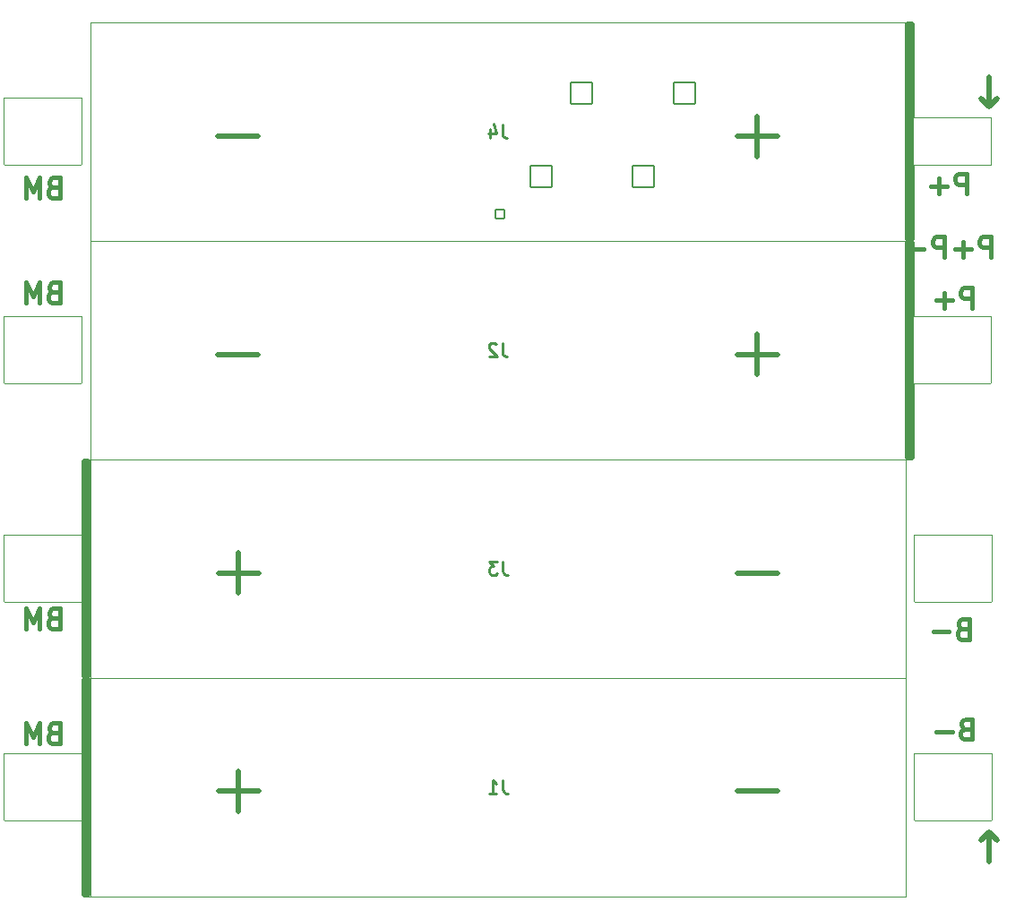
<source format=gbo>
G04 #@! TF.GenerationSoftware,KiCad,Pcbnew,7.0.1-0*
G04 #@! TF.CreationDate,2023-03-19T01:41:05-04:00*
G04 #@! TF.ProjectId,batteryboard,62617474-6572-4796-926f-6172642e6b69,rev?*
G04 #@! TF.SameCoordinates,Original*
G04 #@! TF.FileFunction,Legend,Bot*
G04 #@! TF.FilePolarity,Positive*
%FSLAX46Y46*%
G04 Gerber Fmt 4.6, Leading zero omitted, Abs format (unit mm)*
G04 Created by KiCad (PCBNEW 7.0.1-0) date 2023-03-19 01:41:05*
%MOMM*%
%LPD*%
G01*
G04 APERTURE LIST*
G04 Aperture macros list*
%AMRoundRect*
0 Rectangle with rounded corners*
0 $1 Rounding radius*
0 $2 $3 $4 $5 $6 $7 $8 $9 X,Y pos of 4 corners*
0 Add a 4 corners polygon primitive as box body*
4,1,4,$2,$3,$4,$5,$6,$7,$8,$9,$2,$3,0*
0 Add four circle primitives for the rounded corners*
1,1,$1+$1,$2,$3*
1,1,$1+$1,$4,$5*
1,1,$1+$1,$6,$7*
1,1,$1+$1,$8,$9*
0 Add four rect primitives between the rounded corners*
20,1,$1+$1,$2,$3,$4,$5,0*
20,1,$1+$1,$4,$5,$6,$7,0*
20,1,$1+$1,$6,$7,$8,$9,0*
20,1,$1+$1,$8,$9,$2,$3,0*%
G04 Aperture macros list end*
%ADD10C,0.500000*%
%ADD11C,0.381000*%
%ADD12C,0.254000*%
%ADD13C,0.100000*%
%ADD14C,2.101600*%
%ADD15RoundRect,0.063500X1.016000X1.016000X-1.016000X1.016000X-1.016000X-1.016000X1.016000X-1.016000X0*%
%ADD16C,2.159000*%
%ADD17RoundRect,0.063500X-1.016000X-1.016000X1.016000X-1.016000X1.016000X1.016000X-1.016000X1.016000X0*%
%ADD18RoundRect,0.050800X-0.425000X-0.425000X0.425000X-0.425000X0.425000X0.425000X-0.425000X0.425000X0*%
%ADD19C,1.501600*%
%ADD20O,1.501600X1.501600*%
%ADD21C,4.601600*%
%ADD22C,3.901600*%
%ADD23C,1.671600*%
%ADD24RoundRect,0.050800X-3.670000X3.175000X-3.670000X-3.175000X3.670000X-3.175000X3.670000X3.175000X0*%
%ADD25RoundRect,0.050800X3.670000X-3.175000X3.670000X3.175000X-3.670000X3.175000X-3.670000X-3.175000X0*%
%ADD26RoundRect,0.050800X-3.670000X2.250000X-3.670000X-2.250000X3.670000X-2.250000X3.670000X2.250000X0*%
G04 APERTURE END LIST*
D10*
X148336000Y-64770000D02*
X147574000Y-65532000D01*
X146812000Y-64770000D02*
X147574000Y-65532000D01*
X147574000Y-136906000D02*
X147574000Y-134112000D01*
X146812000Y-134874000D02*
X147574000Y-134112000D01*
X148336000Y-134874000D02*
X147574000Y-134112000D01*
X147574000Y-62738000D02*
X147574000Y-65532000D01*
D11*
X59118499Y-113883432D02*
X58846356Y-113974146D01*
X58846356Y-113974146D02*
X58755642Y-114064860D01*
X58755642Y-114064860D02*
X58664928Y-114246289D01*
X58664928Y-114246289D02*
X58664928Y-114518432D01*
X58664928Y-114518432D02*
X58755642Y-114699860D01*
X58755642Y-114699860D02*
X58846356Y-114790575D01*
X58846356Y-114790575D02*
X59027785Y-114881289D01*
X59027785Y-114881289D02*
X59753499Y-114881289D01*
X59753499Y-114881289D02*
X59753499Y-112976289D01*
X59753499Y-112976289D02*
X59118499Y-112976289D01*
X59118499Y-112976289D02*
X58937071Y-113067003D01*
X58937071Y-113067003D02*
X58846356Y-113157717D01*
X58846356Y-113157717D02*
X58755642Y-113339146D01*
X58755642Y-113339146D02*
X58755642Y-113520575D01*
X58755642Y-113520575D02*
X58846356Y-113702003D01*
X58846356Y-113702003D02*
X58937071Y-113792717D01*
X58937071Y-113792717D02*
X59118499Y-113883432D01*
X59118499Y-113883432D02*
X59753499Y-113883432D01*
X57848499Y-114881289D02*
X57848499Y-112976289D01*
X57848499Y-112976289D02*
X57213499Y-114337003D01*
X57213499Y-114337003D02*
X56578499Y-112976289D01*
X56578499Y-112976289D02*
X56578499Y-114881289D01*
X59118499Y-83068432D02*
X58846356Y-83159146D01*
X58846356Y-83159146D02*
X58755642Y-83249860D01*
X58755642Y-83249860D02*
X58664928Y-83431289D01*
X58664928Y-83431289D02*
X58664928Y-83703432D01*
X58664928Y-83703432D02*
X58755642Y-83884860D01*
X58755642Y-83884860D02*
X58846356Y-83975575D01*
X58846356Y-83975575D02*
X59027785Y-84066289D01*
X59027785Y-84066289D02*
X59753499Y-84066289D01*
X59753499Y-84066289D02*
X59753499Y-82161289D01*
X59753499Y-82161289D02*
X59118499Y-82161289D01*
X59118499Y-82161289D02*
X58937071Y-82252003D01*
X58937071Y-82252003D02*
X58846356Y-82342717D01*
X58846356Y-82342717D02*
X58755642Y-82524146D01*
X58755642Y-82524146D02*
X58755642Y-82705575D01*
X58755642Y-82705575D02*
X58846356Y-82887003D01*
X58846356Y-82887003D02*
X58937071Y-82977717D01*
X58937071Y-82977717D02*
X59118499Y-83068432D01*
X59118499Y-83068432D02*
X59753499Y-83068432D01*
X57848499Y-84066289D02*
X57848499Y-82161289D01*
X57848499Y-82161289D02*
X57213499Y-83522003D01*
X57213499Y-83522003D02*
X56578499Y-82161289D01*
X56578499Y-82161289D02*
X56578499Y-84066289D01*
X59118499Y-73162432D02*
X58846356Y-73253146D01*
X58846356Y-73253146D02*
X58755642Y-73343860D01*
X58755642Y-73343860D02*
X58664928Y-73525289D01*
X58664928Y-73525289D02*
X58664928Y-73797432D01*
X58664928Y-73797432D02*
X58755642Y-73978860D01*
X58755642Y-73978860D02*
X58846356Y-74069575D01*
X58846356Y-74069575D02*
X59027785Y-74160289D01*
X59027785Y-74160289D02*
X59753499Y-74160289D01*
X59753499Y-74160289D02*
X59753499Y-72255289D01*
X59753499Y-72255289D02*
X59118499Y-72255289D01*
X59118499Y-72255289D02*
X58937071Y-72346003D01*
X58937071Y-72346003D02*
X58846356Y-72436717D01*
X58846356Y-72436717D02*
X58755642Y-72618146D01*
X58755642Y-72618146D02*
X58755642Y-72799575D01*
X58755642Y-72799575D02*
X58846356Y-72981003D01*
X58846356Y-72981003D02*
X58937071Y-73071717D01*
X58937071Y-73071717D02*
X59118499Y-73162432D01*
X59118499Y-73162432D02*
X59753499Y-73162432D01*
X57848499Y-74160289D02*
X57848499Y-72255289D01*
X57848499Y-72255289D02*
X57213499Y-73616003D01*
X57213499Y-73616003D02*
X56578499Y-72255289D01*
X56578499Y-72255289D02*
X56578499Y-74160289D01*
X59118499Y-124724432D02*
X58846356Y-124815146D01*
X58846356Y-124815146D02*
X58755642Y-124905860D01*
X58755642Y-124905860D02*
X58664928Y-125087289D01*
X58664928Y-125087289D02*
X58664928Y-125359432D01*
X58664928Y-125359432D02*
X58755642Y-125540860D01*
X58755642Y-125540860D02*
X58846356Y-125631575D01*
X58846356Y-125631575D02*
X59027785Y-125722289D01*
X59027785Y-125722289D02*
X59753499Y-125722289D01*
X59753499Y-125722289D02*
X59753499Y-123817289D01*
X59753499Y-123817289D02*
X59118499Y-123817289D01*
X59118499Y-123817289D02*
X58937071Y-123908003D01*
X58937071Y-123908003D02*
X58846356Y-123998717D01*
X58846356Y-123998717D02*
X58755642Y-124180146D01*
X58755642Y-124180146D02*
X58755642Y-124361575D01*
X58755642Y-124361575D02*
X58846356Y-124543003D01*
X58846356Y-124543003D02*
X58937071Y-124633717D01*
X58937071Y-124633717D02*
X59118499Y-124724432D01*
X59118499Y-124724432D02*
X59753499Y-124724432D01*
X57848499Y-125722289D02*
X57848499Y-123817289D01*
X57848499Y-123817289D02*
X57213499Y-125178003D01*
X57213499Y-125178003D02*
X56578499Y-123817289D01*
X56578499Y-123817289D02*
X56578499Y-125722289D01*
X145315213Y-124343432D02*
X145043070Y-124434146D01*
X145043070Y-124434146D02*
X144952356Y-124524860D01*
X144952356Y-124524860D02*
X144861642Y-124706289D01*
X144861642Y-124706289D02*
X144861642Y-124978432D01*
X144861642Y-124978432D02*
X144952356Y-125159860D01*
X144952356Y-125159860D02*
X145043070Y-125250575D01*
X145043070Y-125250575D02*
X145224499Y-125341289D01*
X145224499Y-125341289D02*
X145950213Y-125341289D01*
X145950213Y-125341289D02*
X145950213Y-123436289D01*
X145950213Y-123436289D02*
X145315213Y-123436289D01*
X145315213Y-123436289D02*
X145133785Y-123527003D01*
X145133785Y-123527003D02*
X145043070Y-123617717D01*
X145043070Y-123617717D02*
X144952356Y-123799146D01*
X144952356Y-123799146D02*
X144952356Y-123980575D01*
X144952356Y-123980575D02*
X145043070Y-124162003D01*
X145043070Y-124162003D02*
X145133785Y-124252717D01*
X145133785Y-124252717D02*
X145315213Y-124343432D01*
X145315213Y-124343432D02*
X145950213Y-124343432D01*
X144045213Y-124615575D02*
X142593785Y-124615575D01*
X145043213Y-114883432D02*
X144771070Y-114974146D01*
X144771070Y-114974146D02*
X144680356Y-115064860D01*
X144680356Y-115064860D02*
X144589642Y-115246289D01*
X144589642Y-115246289D02*
X144589642Y-115518432D01*
X144589642Y-115518432D02*
X144680356Y-115699860D01*
X144680356Y-115699860D02*
X144771070Y-115790575D01*
X144771070Y-115790575D02*
X144952499Y-115881289D01*
X144952499Y-115881289D02*
X145678213Y-115881289D01*
X145678213Y-115881289D02*
X145678213Y-113976289D01*
X145678213Y-113976289D02*
X145043213Y-113976289D01*
X145043213Y-113976289D02*
X144861785Y-114067003D01*
X144861785Y-114067003D02*
X144771070Y-114157717D01*
X144771070Y-114157717D02*
X144680356Y-114339146D01*
X144680356Y-114339146D02*
X144680356Y-114520575D01*
X144680356Y-114520575D02*
X144771070Y-114702003D01*
X144771070Y-114702003D02*
X144861785Y-114792717D01*
X144861785Y-114792717D02*
X145043213Y-114883432D01*
X145043213Y-114883432D02*
X145678213Y-114883432D01*
X143773213Y-115155575D02*
X142321785Y-115155575D01*
X145950213Y-84574289D02*
X145950213Y-82669289D01*
X145950213Y-82669289D02*
X145224499Y-82669289D01*
X145224499Y-82669289D02*
X145043070Y-82760003D01*
X145043070Y-82760003D02*
X144952356Y-82850717D01*
X144952356Y-82850717D02*
X144861642Y-83032146D01*
X144861642Y-83032146D02*
X144861642Y-83304289D01*
X144861642Y-83304289D02*
X144952356Y-83485717D01*
X144952356Y-83485717D02*
X145043070Y-83576432D01*
X145043070Y-83576432D02*
X145224499Y-83667146D01*
X145224499Y-83667146D02*
X145950213Y-83667146D01*
X144045213Y-83848575D02*
X142593785Y-83848575D01*
X143319499Y-84574289D02*
X143319499Y-83122860D01*
X147728213Y-79748289D02*
X147728213Y-77843289D01*
X147728213Y-77843289D02*
X147002499Y-77843289D01*
X147002499Y-77843289D02*
X146821070Y-77934003D01*
X146821070Y-77934003D02*
X146730356Y-78024717D01*
X146730356Y-78024717D02*
X146639642Y-78206146D01*
X146639642Y-78206146D02*
X146639642Y-78478289D01*
X146639642Y-78478289D02*
X146730356Y-78659717D01*
X146730356Y-78659717D02*
X146821070Y-78750432D01*
X146821070Y-78750432D02*
X147002499Y-78841146D01*
X147002499Y-78841146D02*
X147728213Y-78841146D01*
X145823213Y-79022575D02*
X144371785Y-79022575D01*
X145097499Y-79748289D02*
X145097499Y-78296860D01*
X143283213Y-79748289D02*
X143283213Y-77843289D01*
X143283213Y-77843289D02*
X142557499Y-77843289D01*
X142557499Y-77843289D02*
X142376070Y-77934003D01*
X142376070Y-77934003D02*
X142285356Y-78024717D01*
X142285356Y-78024717D02*
X142194642Y-78206146D01*
X142194642Y-78206146D02*
X142194642Y-78478289D01*
X142194642Y-78478289D02*
X142285356Y-78659717D01*
X142285356Y-78659717D02*
X142376070Y-78750432D01*
X142376070Y-78750432D02*
X142557499Y-78841146D01*
X142557499Y-78841146D02*
X143283213Y-78841146D01*
X141378213Y-79022575D02*
X139926785Y-79022575D01*
X145442213Y-73779289D02*
X145442213Y-71874289D01*
X145442213Y-71874289D02*
X144716499Y-71874289D01*
X144716499Y-71874289D02*
X144535070Y-71965003D01*
X144535070Y-71965003D02*
X144444356Y-72055717D01*
X144444356Y-72055717D02*
X144353642Y-72237146D01*
X144353642Y-72237146D02*
X144353642Y-72509289D01*
X144353642Y-72509289D02*
X144444356Y-72690717D01*
X144444356Y-72690717D02*
X144535070Y-72781432D01*
X144535070Y-72781432D02*
X144716499Y-72872146D01*
X144716499Y-72872146D02*
X145442213Y-72872146D01*
X143537213Y-73053575D02*
X142085785Y-73053575D01*
X142811499Y-73779289D02*
X142811499Y-72327860D01*
D12*
X101540732Y-87887326D02*
X101540732Y-88794469D01*
X101540732Y-88794469D02*
X101601209Y-88975897D01*
X101601209Y-88975897D02*
X101722161Y-89096850D01*
X101722161Y-89096850D02*
X101903590Y-89157326D01*
X101903590Y-89157326D02*
X102024542Y-89157326D01*
X100996447Y-88008278D02*
X100935971Y-87947802D01*
X100935971Y-87947802D02*
X100815018Y-87887326D01*
X100815018Y-87887326D02*
X100512637Y-87887326D01*
X100512637Y-87887326D02*
X100391685Y-87947802D01*
X100391685Y-87947802D02*
X100331209Y-88008278D01*
X100331209Y-88008278D02*
X100270732Y-88129230D01*
X100270732Y-88129230D02*
X100270732Y-88250183D01*
X100270732Y-88250183D02*
X100331209Y-88431611D01*
X100331209Y-88431611D02*
X101056923Y-89157326D01*
X101056923Y-89157326D02*
X100270732Y-89157326D01*
D10*
X127547161Y-88978133D02*
X123737638Y-88978133D01*
X125642399Y-90882895D02*
X125642399Y-87073371D01*
X78497161Y-88978133D02*
X74687638Y-88978133D01*
D12*
X101566132Y-129162326D02*
X101566132Y-130069469D01*
X101566132Y-130069469D02*
X101626609Y-130250897D01*
X101626609Y-130250897D02*
X101747561Y-130371850D01*
X101747561Y-130371850D02*
X101928990Y-130432326D01*
X101928990Y-130432326D02*
X102049942Y-130432326D01*
X100296132Y-130432326D02*
X101021847Y-130432326D01*
X100658990Y-130432326D02*
X100658990Y-129162326D01*
X100658990Y-129162326D02*
X100779942Y-129343754D01*
X100779942Y-129343754D02*
X100900894Y-129464707D01*
X100900894Y-129464707D02*
X101021847Y-129525183D01*
D10*
X78522561Y-130253133D02*
X74713038Y-130253133D01*
X76617799Y-132157895D02*
X76617799Y-128348371D01*
X127572561Y-130253133D02*
X123763038Y-130253133D01*
D12*
X101566132Y-108512126D02*
X101566132Y-109419269D01*
X101566132Y-109419269D02*
X101626609Y-109600697D01*
X101626609Y-109600697D02*
X101747561Y-109721650D01*
X101747561Y-109721650D02*
X101928990Y-109782126D01*
X101928990Y-109782126D02*
X102049942Y-109782126D01*
X101082323Y-108512126D02*
X100296132Y-108512126D01*
X100296132Y-108512126D02*
X100719466Y-108995935D01*
X100719466Y-108995935D02*
X100538037Y-108995935D01*
X100538037Y-108995935D02*
X100417085Y-109056411D01*
X100417085Y-109056411D02*
X100356609Y-109116888D01*
X100356609Y-109116888D02*
X100296132Y-109237840D01*
X100296132Y-109237840D02*
X100296132Y-109540221D01*
X100296132Y-109540221D02*
X100356609Y-109661173D01*
X100356609Y-109661173D02*
X100417085Y-109721650D01*
X100417085Y-109721650D02*
X100538037Y-109782126D01*
X100538037Y-109782126D02*
X100900894Y-109782126D01*
X100900894Y-109782126D02*
X101021847Y-109721650D01*
X101021847Y-109721650D02*
X101082323Y-109661173D01*
D10*
X78522561Y-109602933D02*
X74713038Y-109602933D01*
X76617799Y-111507695D02*
X76617799Y-107698171D01*
X127572561Y-109602933D02*
X123763038Y-109602933D01*
X78497161Y-68327933D02*
X74687638Y-68327933D01*
D12*
X101540732Y-67237126D02*
X101540732Y-68144269D01*
X101540732Y-68144269D02*
X101601209Y-68325697D01*
X101601209Y-68325697D02*
X101722161Y-68446650D01*
X101722161Y-68446650D02*
X101903590Y-68507126D01*
X101903590Y-68507126D02*
X102024542Y-68507126D01*
X100391685Y-67660459D02*
X100391685Y-68507126D01*
X100694066Y-67176650D02*
X100996447Y-68083792D01*
X100996447Y-68083792D02*
X100210256Y-68083792D01*
D10*
X127547161Y-68327933D02*
X123737638Y-68327933D01*
X125642399Y-70232695D02*
X125642399Y-66423171D01*
D13*
X62592400Y-78244800D02*
X62592400Y-98894800D01*
X62592400Y-98894800D02*
X140233400Y-98894800D01*
X139642400Y-98894800D02*
X139642400Y-78244800D01*
X139852400Y-78244800D02*
X62592400Y-78244800D01*
D10*
X139852400Y-78409800D02*
X140233400Y-78409800D01*
X139852400Y-98729800D02*
X139852400Y-78409800D01*
X139852400Y-98729800D02*
X140233400Y-98729800D01*
X139979400Y-98729800D02*
X139979400Y-78409800D01*
X140106400Y-98729800D02*
X140106400Y-78409800D01*
X140233400Y-98729800D02*
X140233400Y-78409800D01*
D13*
X139667800Y-140169800D02*
X139667800Y-119519800D01*
X139667800Y-119519800D02*
X62026800Y-119519800D01*
X62617800Y-119519800D02*
X62617800Y-140169800D01*
X62407800Y-140169800D02*
X139667800Y-140169800D01*
D10*
X62407800Y-140004800D02*
X62026800Y-140004800D01*
X62407800Y-119684800D02*
X62407800Y-140004800D01*
X62407800Y-119684800D02*
X62026800Y-119684800D01*
X62280800Y-119684800D02*
X62280800Y-140004800D01*
X62153800Y-119684800D02*
X62153800Y-140004800D01*
X62026800Y-119684800D02*
X62026800Y-140004800D01*
D13*
X139667800Y-119519600D02*
X139667800Y-98869600D01*
X139667800Y-98869600D02*
X62026800Y-98869600D01*
X62617800Y-98869600D02*
X62617800Y-119519600D01*
X62407800Y-119519600D02*
X139667800Y-119519600D01*
D10*
X62407800Y-119354600D02*
X62026800Y-119354600D01*
X62407800Y-99034600D02*
X62407800Y-119354600D01*
X62407800Y-99034600D02*
X62026800Y-99034600D01*
X62280800Y-99034600D02*
X62280800Y-119354600D01*
X62153800Y-99034600D02*
X62153800Y-119354600D01*
X62026800Y-99034600D02*
X62026800Y-119354600D01*
D13*
X62592400Y-57594600D02*
X62592400Y-78244600D01*
X62592400Y-78244600D02*
X140233400Y-78244600D01*
X139642400Y-78244600D02*
X139642400Y-57594600D01*
X139852400Y-57594600D02*
X62592400Y-57594600D01*
D10*
X139852400Y-57759600D02*
X140233400Y-57759600D01*
X139852400Y-78079600D02*
X139852400Y-57759600D01*
X139852400Y-78079600D02*
X140233400Y-78079600D01*
X139979400Y-78079600D02*
X139979400Y-57759600D01*
X140106400Y-78079600D02*
X140106400Y-57759600D01*
X140233400Y-78079600D02*
X140233400Y-57759600D01*
%LPC*%
D14*
X144145000Y-121285000D03*
X58166000Y-78105000D03*
X142062200Y-75565000D03*
X146177000Y-75565000D03*
D15*
X109016800Y-64300000D03*
D16*
X105161200Y-64300000D03*
D17*
X105232200Y-72174000D03*
D16*
X109087800Y-72174000D03*
D15*
X118795800Y-64300000D03*
D16*
X114940200Y-64300000D03*
D17*
X114884200Y-72174000D03*
D16*
X118739800Y-72174000D03*
D18*
X101346000Y-75692000D03*
D19*
X101346000Y-93726000D03*
D20*
X96266000Y-93726000D03*
D21*
X144005300Y-136349900D03*
X58280300Y-58889900D03*
X58280300Y-138889900D03*
X144005300Y-62689900D03*
D22*
X73517400Y-80569800D03*
X128717400Y-96569800D03*
D23*
X137047400Y-80569800D03*
D24*
X58117400Y-88569800D03*
X144117400Y-88569800D03*
D22*
X128742800Y-137844800D03*
X73542800Y-121844800D03*
D23*
X65212800Y-137844800D03*
D25*
X144142800Y-129844800D03*
X58142800Y-129844800D03*
D22*
X128742800Y-117194600D03*
X73542800Y-101194600D03*
D23*
X65212800Y-117194600D03*
D25*
X144142800Y-109194600D03*
X58142800Y-109194600D03*
D22*
X73517400Y-59919600D03*
X128717400Y-75919600D03*
D23*
X137047400Y-59919600D03*
D24*
X58117400Y-67919600D03*
D26*
X144117400Y-68844600D03*
M02*

</source>
